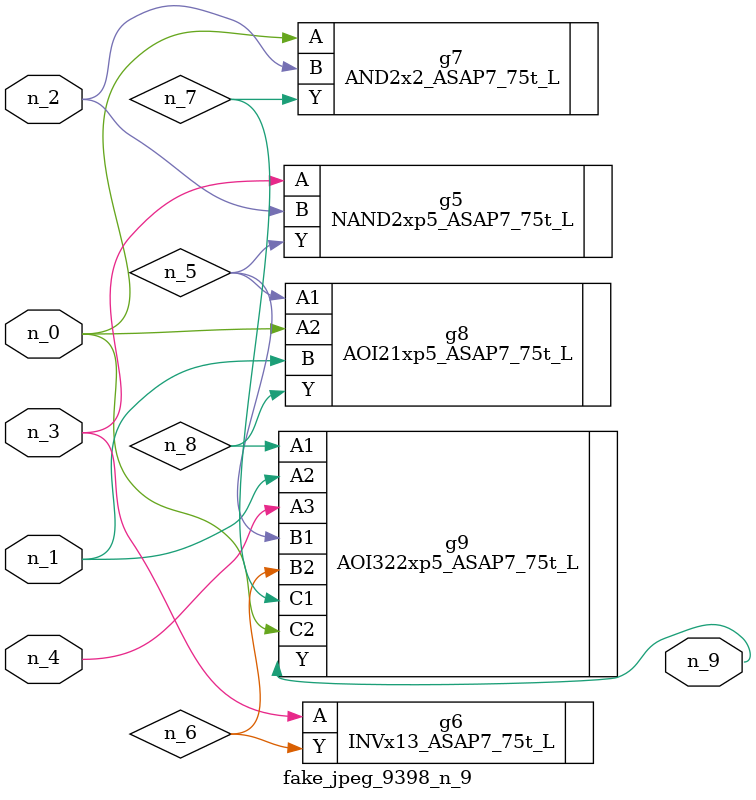
<source format=v>
module fake_jpeg_9398_n_9 (n_3, n_2, n_1, n_0, n_4, n_9);

input n_3;
input n_2;
input n_1;
input n_0;
input n_4;

output n_9;

wire n_8;
wire n_6;
wire n_5;
wire n_7;

NAND2xp5_ASAP7_75t_L g5 ( 
.A(n_3),
.B(n_2),
.Y(n_5)
);

INVx13_ASAP7_75t_L g6 ( 
.A(n_3),
.Y(n_6)
);

AND2x2_ASAP7_75t_L g7 ( 
.A(n_0),
.B(n_2),
.Y(n_7)
);

AOI21xp5_ASAP7_75t_L g8 ( 
.A1(n_5),
.A2(n_0),
.B(n_1),
.Y(n_8)
);

AOI322xp5_ASAP7_75t_L g9 ( 
.A1(n_8),
.A2(n_1),
.A3(n_4),
.B1(n_5),
.B2(n_6),
.C1(n_7),
.C2(n_0),
.Y(n_9)
);


endmodule
</source>
